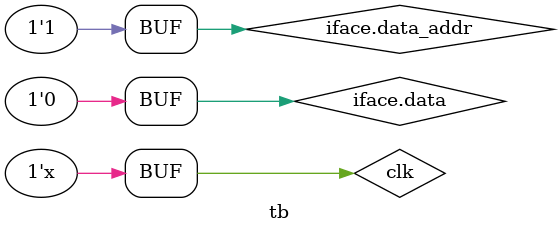
<source format=sv>
module tb();

    logic clk=0;
    always #5 clk = !clk;



    YOURBUS iface();
    
    Receiver Receiver_instance (
        .clk(clk),
        .iface(iface.pTB)
    );


    initial
    begin
        //insert your code from this point on
      iface.data_addr = 0;
      iface.data = 823359011;
      #10
      iface.data_addr = 1;
      iface.data = 20;
      #10
      iface.data_addr = 7;
      iface.data = 6078;
      //#10 $finish;
    end
endmodule



</source>
